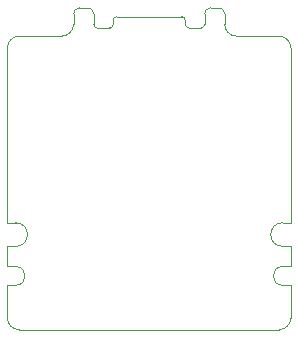
<source format=gm1>
%TF.GenerationSoftware,KiCad,Pcbnew,9.0.1*%
%TF.CreationDate,2025-06-03T21:11:28-04:00*%
%TF.ProjectId,Expansion_Card_Retrofit,45787061-6e73-4696-9f6e-5f436172645f,X1*%
%TF.SameCoordinates,Original*%
%TF.FileFunction,Profile,NP*%
%FSLAX45Y45*%
G04 Gerber Fmt 4.5, Leading zero omitted, Abs format (unit mm)*
G04 Created by KiCad (PCBNEW 9.0.1) date 2025-06-03 21:11:28*
%MOMM*%
%LPD*%
G01*
G04 APERTURE LIST*
%TA.AperFunction,Profile*%
%ADD10C,0.050000*%
%TD*%
G04 APERTURE END LIST*
D10*
X760000Y2555000D02*
G75*
G02*
X730000Y2585000I0J30000D01*
G01*
X2300000Y0D02*
X100000Y0D01*
X70000Y905000D02*
G75*
G02*
X70000Y705000I0J-100000D01*
G01*
X2400000Y535000D02*
X2330000Y535000D01*
X2400000Y100000D02*
X2400000Y375000D01*
X0Y535000D02*
X0Y705000D01*
X2400000Y905000D02*
X2400000Y2385000D01*
X560000Y2585000D02*
G75*
G02*
X460000Y2485000I-100000J0D01*
G01*
X1940000Y2485000D02*
X2300000Y2485000D01*
X0Y375000D02*
X0Y100000D01*
X1940000Y2485000D02*
G75*
G02*
X1840000Y2585000I0J100000D01*
G01*
X2330000Y705000D02*
X2400000Y705000D01*
X1670000Y2585000D02*
X1670000Y2675000D01*
X760000Y2555000D02*
X770000Y2555000D01*
X560000Y2585000D02*
X560000Y2675000D01*
X1670000Y2585000D02*
G75*
G02*
X1640000Y2555000I-30000J0D01*
G01*
X1630000Y2555000D02*
X1640000Y2555000D01*
X70000Y535000D02*
X0Y535000D01*
X2300000Y2485000D02*
G75*
G02*
X2400000Y2385000I0J-100000D01*
G01*
X560000Y2675000D02*
G75*
G02*
X610000Y2725000I50000J0D01*
G01*
X1790000Y2725000D02*
G75*
G02*
X1840000Y2675000I0J-50000D01*
G01*
X2400000Y100000D02*
G75*
G02*
X2300000Y0I-100000J0D01*
G01*
X100000Y0D02*
G75*
G02*
X0Y100000I0J100000D01*
G01*
X2330000Y905000D02*
X2400000Y905000D01*
X730000Y2585000D02*
X730000Y2675000D01*
X70000Y705000D02*
X0Y705000D01*
X2330000Y705000D02*
G75*
G02*
X2330000Y905000I0J100000D01*
G01*
X680000Y2725000D02*
X610000Y2725000D01*
X460000Y2485000D02*
X100000Y2485000D01*
X2330000Y375000D02*
X2400000Y375000D01*
X1840000Y2585000D02*
X1840000Y2675000D01*
X2400000Y535000D02*
X2400000Y705000D01*
X1670000Y2675000D02*
G75*
G02*
X1720000Y2725000I50000J0D01*
G01*
X1790000Y2725000D02*
X1720000Y2725000D01*
X680000Y2725000D02*
G75*
G02*
X730000Y2675000I0J-50000D01*
G01*
X0Y2385000D02*
G75*
G02*
X100000Y2485000I100000J0D01*
G01*
X70000Y535000D02*
G75*
G02*
X70000Y375000I0J-80000D01*
G01*
X2330000Y375000D02*
G75*
G02*
X2330000Y535000I0J80000D01*
G01*
X0Y375000D02*
X70000Y375000D01*
X70000Y905000D02*
X0Y905000D01*
X0Y905000D02*
X0Y2385000D01*
%TO.C,P1*%
X865000Y2555000D02*
X770000Y2555000D01*
X895000Y2621000D02*
X895000Y2585000D01*
X925000Y2651000D02*
X1475000Y2651000D01*
X1505000Y2621000D02*
X1505000Y2585000D01*
X1535000Y2555000D02*
X1630000Y2555000D01*
X895000Y2621000D02*
G75*
G02*
X925000Y2651000I30000J0D01*
G01*
X895000Y2585000D02*
G75*
G02*
X865000Y2555000I-30000J0D01*
G01*
X1475000Y2651000D02*
G75*
G02*
X1505000Y2621000I0J-30000D01*
G01*
X1535000Y2555000D02*
G75*
G02*
X1505000Y2585000I0J30000D01*
G01*
%TD*%
M02*

</source>
